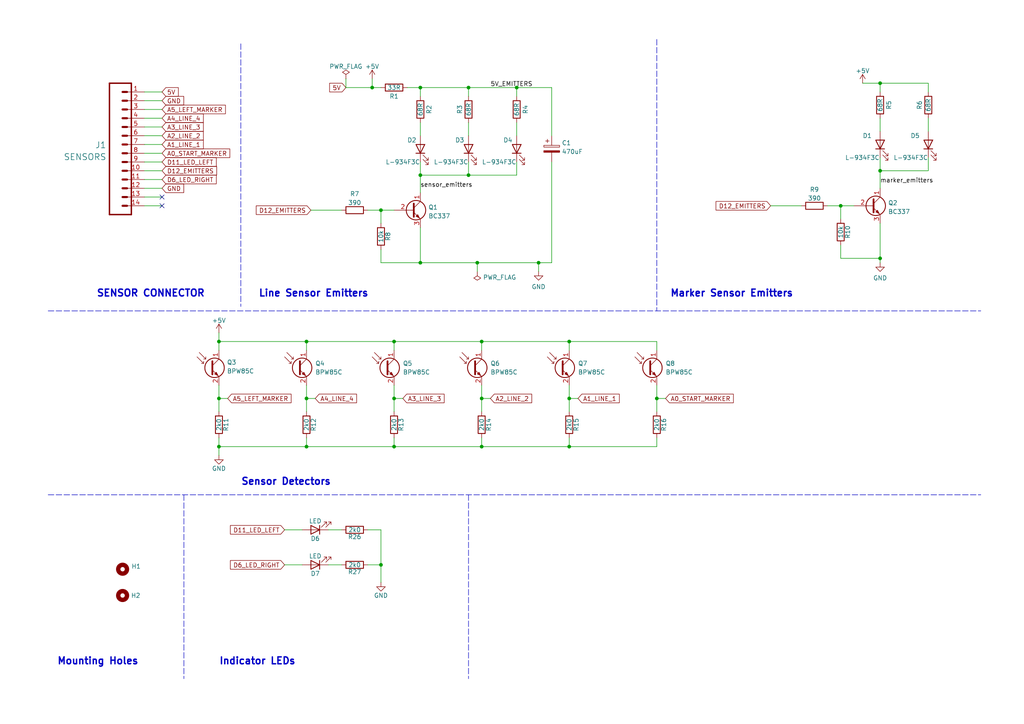
<source format=kicad_sch>
(kicad_sch (version 20211123) (generator eeschema)
  (paper "A4")
  (title_block (title "UKMARSBOT Line Sensor Mini") (date "2022-08-22") (rev "1.0") (company "UKMARS") (comment 1 "Small line sensor for half size track"))
  (lib_symbols
    (symbol "Device:C_Polarized" (pin_numbers hide) (pin_names (offset 0.254))
      (property "Reference" "C" (at 0.635 2.54 0))
      (property "Value" "C_Polarized" (at 0.635 -2.54 0))
      (symbol "C_Polarized_0_1"
        (rectangle (start -2.286 0.508) (end 2.286 1.016))
        (polyline (pts (xy -1.778 2.286) (xy -0.762 2.286)))
        (polyline (pts (xy -1.27 2.794) (xy -1.27 1.778)))
        (rectangle (start 2.286 -0.508) (end -2.286 -1.016) (fill (type outline)))
      )
      (symbol "C_Polarized_1_1"
        (pin passive line (at 0 3.81 270) (length 2.794) (name "~") (number "1"))
        (pin passive line (at 0 -3.81 90) (length 2.794) (name "~") (number "2"))
      )
    )
    (symbol "Device:LED" (pin_numbers hide) (pin_names (offset 1.016) hide)
      (property "Reference" "D" (at 0 2.54 0))
      (property "Value" "LED" (at 0 -2.54 0))
      (symbol "LED_0_1"
        (polyline (pts (xy -1.27 -1.27) (xy -1.27 1.27)) (stroke (width 0.254)))
        (polyline (pts (xy -1.27 0) (xy 1.27 0)))
        (polyline (pts (xy 1.27 -1.27) (xy 1.27 1.27) (xy -1.27 0) (xy 1.27 -1.27)) (stroke (width 0.254)))
        (polyline (pts (xy -3.048 -0.762) (xy -4.572 -2.286) (xy -3.81 -2.286) (xy -4.572 -2.286) (xy -4.572 -1.524)))
        (polyline (pts (xy -1.778 -0.762) (xy -3.302 -2.286) (xy -2.54 -2.286) (xy -3.302 -2.286) (xy -3.302 -1.524)))
      )
      (symbol "LED_1_1"
        (pin passive line (at -3.81 0 0) (length 2.54) (name "K") (number "1"))
        (pin passive line (at 3.81 0 180) (length 2.54) (name "A") (number "2"))
      )
    )
    (symbol "Device:R" (pin_numbers hide) (pin_names (offset 0))
      (property "Reference" "R" (at 2.032 0 90))
      (property "Value" "R" (at 0 0 90))
      (symbol "R_0_1"
        (rectangle (start -1.016 -2.54) (end 1.016 2.54) (stroke (width 0.254)))
      )
      (symbol "R_1_1"
        (pin passive line (at 0 3.81 270) (length 1.27) (name "~") (number "1"))
        (pin passive line (at 0 -3.81 90) (length 1.27) (name "~") (number "2"))
      )
    )
    (symbol "Mechanical:MountingHole" (pin_names (offset 1.016))
      (property "Reference" "H" (at 0 5.08 0))
      (property "Value" "MountingHole" (at 0 3.175 0))
      (symbol "MountingHole_0_1"
        (circle (center 0 0) (radius 1.27) (stroke (width 1.27)))
      )
    )
    (symbol "power:+5V" (power) (pin_names (offset 0))
      (property "Value" "+5V" (at 0 3.556 0))
      (symbol "+5V_0_1"
        (polyline (pts (xy -0.762 1.27) (xy 0 2.54)))
        (polyline (pts (xy 0 0) (xy 0 2.54)))
        (polyline (pts (xy 0 2.54) (xy 0.762 1.27)))
      )
      (symbol "+5V_1_1"
        (pin power_in line (at 0 0 90) (length 0) hide (name "+5V") (number "1"))
      )
    )
    (symbol "power:GND" (power) (pin_names (offset 0))
      (property "Value" "GND" (at 0 -3.81 0))
      (symbol "GND_0_1"
        (polyline (pts (xy 0 0) (xy 0 -1.27) (xy 1.27 -1.27) (xy 0 -2.54) (xy -1.27 -1.27) (xy 0 -1.27)))
      )
      (symbol "GND_1_1"
        (pin power_in line (at 0 0 270) (length 0) hide (name "GND") (number "1"))
      )
    )
    (symbol "power:PWR_FLAG" (power) (pin_numbers hide) (pin_names (offset 0) hide)
      (property "Value" "PWR_FLAG" (at 0 3.81 0))
      (symbol "PWR_FLAG_0_0"
        (pin power_out line (at 0 0 90) (length 0) (name "pwr") (number "1"))
      )
      (symbol "PWR_FLAG_0_1"
        (polyline (pts (xy 0 0) (xy 0 1.27) (xy -1.016 1.905) (xy 0 2.54) (xy 1.016 1.905) (xy 0 1.27)))
      )
    )
    (symbol "ukmarsbot:BC337" (pin_names (offset 0) hide)
      (property "Reference" "Q" (at 5.08 1.905 0))
      (property "Value" "BC337" (at 5.08 0 0))
      (symbol "BC337_0_1"
        (polyline (pts (xy 0 0) (xy 0.635 0)))
        (polyline (pts (xy 0.635 0.635) (xy 2.54 2.54)))
        (polyline (pts (xy 0.635 -0.635) (xy 2.54 -2.54) (xy 2.54 -2.54)))
        (polyline (pts (xy 0.635 1.905) (xy 0.635 -1.905) (xy 0.635 -1.905)) (stroke (width 0.508)))
        (polyline (pts (xy 1.27 -1.778) (xy 1.778 -1.27) (xy 2.286 -2.286) (xy 1.27 -1.778) (xy 1.27 -1.778)) (fill (type outline)))
        (circle (center 1.27 0) (radius 2.8194) (stroke (width 0.254)))
      )
      (symbol "BC337_1_1"
        (pin passive line (at 2.54 5.08 270) (length 2.54) (name "C") (number "1"))
        (pin input line (at -5.08 0 0) (length 5.08) (name "B") (number "2"))
        (pin passive line (at 2.54 -5.08 90) (length 2.54) (name "E") (number "3"))
      )
    )
    (symbol "ukmarsbot:BPW85C" (pin_names (offset 0) hide)
      (property "Reference" "Q" (at 5.08 1.27 0))
      (property "Value" "BPW85C" (at 5.08 -1.27 0))
      (symbol "BPW85C_0_1"
        (polyline (pts (xy -1.905 1.27) (xy -2.54 1.27)))
        (polyline (pts (xy -1.27 2.54) (xy -1.905 2.54)))
        (polyline (pts (xy 0.635 0.635) (xy 2.54 2.54)))
        (polyline (pts (xy -3.81 3.175) (xy -1.905 1.27) (xy -1.905 1.905)))
        (polyline (pts (xy -3.175 4.445) (xy -1.27 2.54) (xy -1.27 3.175)))
        (polyline (pts (xy 0.635 -0.635) (xy 2.54 -2.54) (xy 2.54 -2.54)))
        (polyline (pts (xy 0.635 1.905) (xy 0.635 -1.905) (xy 0.635 -1.905)) (stroke (width 0.508)))
        (polyline (pts (xy 1.27 -1.778) (xy 1.778 -1.27) (xy 2.286 -2.286) (xy 1.27 -1.778) (xy 1.27 -1.778)) (fill (type outline)))
        (circle (center 1.27 0) (radius 2.8194) (stroke (width 0.254)))
      )
      (symbol "BPW85C_1_1"
        (pin passive line (at 2.54 5.08 270) (length 2.54) (name "C") (number "1"))
        (pin passive line (at 2.54 -5.08 90) (length 2.54) (name "E") (number "2"))
      )
    )
    (symbol "ukmarsbot:CONN_14LOCK_LONGPADS"
      (property "Reference" "J" (at 0 18.288 0))
      (property "Value" "CONN_14LOCK_LONGPADS" (at 0 -22.606 0))
      (symbol "CONN_14LOCK_LONGPADS_1_0"
        (polyline (pts (xy 0 17.78) (xy 0 -20.32)) (stroke (width 0.4064)))
        (polyline (pts (xy 0 17.78) (xy 6.35 17.78)) (stroke (width 0.4064)))
        (polyline (pts (xy 3.81 -17.78) (xy 5.08 -17.78)) (stroke (width 0.6096)))
        (polyline (pts (xy 3.81 -15.24) (xy 5.08 -15.24)) (stroke (width 0.6096)))
        (polyline (pts (xy 3.81 -12.7) (xy 5.08 -12.7)) (stroke (width 0.6096)))
        (polyline (pts (xy 3.81 -10.16) (xy 5.08 -10.16)) (stroke (width 0.6096)))
        (polyline (pts (xy 3.81 -7.62) (xy 5.08 -7.62)) (stroke (width 0.6096)))
        (polyline (pts (xy 3.81 -5.08) (xy 5.08 -5.08)) (stroke (width 0.6096)))
        (polyline (pts (xy 3.81 -2.54) (xy 5.08 -2.54)) (stroke (width 0.6096)))
        (polyline (pts (xy 3.81 0) (xy 5.08 0)) (stroke (width 0.6096)))
        (polyline (pts (xy 3.81 2.54) (xy 5.08 2.54)) (stroke (width 0.6096)))
        (polyline (pts (xy 3.81 5.08) (xy 5.08 5.08)) (stroke (width 0.6096)))
        (polyline (pts (xy 3.81 7.62) (xy 5.08 7.62)) (stroke (width 0.6096)))
        (polyline (pts (xy 3.81 10.16) (xy 5.08 10.16)) (stroke (width 0.6096)))
        (polyline (pts (xy 3.81 12.7) (xy 5.08 12.7)) (stroke (width 0.6096)))
        (polyline (pts (xy 3.81 15.24) (xy 5.08 15.24)) (stroke (width 0.6096)))
        (polyline (pts (xy 6.35 -20.32) (xy 0 -20.32)) (stroke (width 0.4064)))
        (polyline (pts (xy 6.35 -20.32) (xy 6.35 17.78)) (stroke (width 0.4064)))
        (pin passive line (at 10.16 -17.78 180) (length 5.08) (name "1") (number "1"))
        (pin passive line (at 10.16 5.08 180) (length 5.08) (name "10") (number "10"))
        (pin passive line (at 10.16 7.62 180) (length 5.08) (name "11") (number "11"))
        (pin passive line (at 10.16 10.16 180) (length 5.08) (name "12") (number "12"))
        (pin passive line (at 10.16 12.7 180) (length 5.08) (name "13") (number "13"))
        (pin passive line (at 10.16 15.24 180) (length 5.08) (name "14") (number "14"))
        (pin passive line (at 10.16 -15.24 180) (length 5.08) (name "2") (number "2"))
        (pin passive line (at 10.16 -12.7 180) (length 5.08) (name "3") (number "3"))
        (pin passive line (at 10.16 -10.16 180) (length 5.08) (name "4") (number "4"))
        (pin passive line (at 10.16 -7.62 180) (length 5.08) (name "5") (number "5"))
        (pin passive line (at 10.16 -5.08 180) (length 5.08) (name "6") (number "6"))
        (pin passive line (at 10.16 -2.54 180) (length 5.08) (name "7") (number "7"))
        (pin passive line (at 10.16 0 180) (length 5.08) (name "8") (number "8"))
        (pin passive line (at 10.16 2.54 180) (length 5.08) (name "9") (number "9"))
      )
    )
  )
  (junction (at 110.49 60.96))
  (junction (at 139.7 115.57))
  (junction (at 255.27 24.13))
  (junction (at 107.95 25.4))
  (junction (at 165.1 115.57))
  (junction (at 63.5 129.54))
  (junction (at 139.7 99.06))
  (junction (at 138.43 76.2))
  (junction (at 88.9 115.57))
  (junction (at 165.1 129.54))
  (junction (at 121.92 25.4))
  (junction (at 156.21 76.2))
  (junction (at 135.89 50.8))
  (junction (at 114.3 129.54))
  (junction (at 114.3 115.57))
  (junction (at 121.92 50.8))
  (junction (at 165.1 99.06))
  (junction (at 63.5 115.57))
  (junction (at 139.7 129.54))
  (junction (at 88.9 99.06))
  (junction (at 114.3 99.06))
  (junction (at 110.49 163.83))
  (junction (at 149.86 25.4))
  (junction (at 121.92 76.2))
  (junction (at 63.5 99.06))
  (junction (at 190.5 115.57))
  (junction (at 243.84 59.69))
  (junction (at 135.89 25.4))
  (junction (at 88.9 129.54))
  (junction (at 255.27 49.53))
  (junction (at 255.27 74.93))
  (no_connect (at 46.99 57.15))
  (no_connect (at 46.99 59.69))
  (wire (pts (xy 41.91 31.75) (xy 46.99 31.75)))
  (wire (pts (xy 41.91 41.91) (xy 46.99 41.91)))
  (wire (pts (xy 149.86 35.56) (xy 149.86 39.37)))
  (wire (pts (xy 190.5 115.57) (xy 190.5 119.38)))
  (wire (pts (xy 63.5 115.57) (xy 63.5 119.38)))
  (wire (pts (xy 114.3 127) (xy 114.3 129.54)))
  (wire (pts (xy 269.24 49.53) (xy 255.27 49.53)))
  (wire (pts (xy 41.91 54.61) (xy 46.99 54.61)))
  (wire (pts (xy 121.92 50.8) (xy 121.92 55.88)))
  (wire (pts (xy 190.5 115.57) (xy 193.04 115.57)))
  (polyline (pts (xy 190.5 11.43) (xy 190.5 90.17)))
  (wire (pts (xy 100.33 25.4) (xy 107.95 25.4)))
  (wire (pts (xy 255.27 64.77) (xy 255.27 74.93)))
  (wire (pts (xy 138.43 78.74) (xy 138.43 76.2)))
  (wire (pts (xy 160.02 25.4) (xy 149.86 25.4)))
  (wire (pts (xy 41.91 59.69) (xy 46.99 59.69)))
  (wire (pts (xy 149.86 27.94) (xy 149.86 25.4)))
  (polyline (pts (xy 13.97 143.51) (xy 284.48 143.51)))
  (wire (pts (xy 106.68 153.67) (xy 110.49 153.67)))
  (wire (pts (xy 100.33 22.86) (xy 100.33 25.4)))
  (wire (pts (xy 165.1 99.06) (xy 190.5 99.06)))
  (wire (pts (xy 240.03 59.69) (xy 243.84 59.69)))
  (wire (pts (xy 190.5 101.6) (xy 190.5 99.06)))
  (wire (pts (xy 63.5 129.54) (xy 63.5 132.08)))
  (wire (pts (xy 110.49 153.67) (xy 110.49 163.83)))
  (wire (pts (xy 135.89 25.4) (xy 149.86 25.4)))
  (wire (pts (xy 41.91 26.67) (xy 46.99 26.67)))
  (wire (pts (xy 82.55 153.67) (xy 87.63 153.67)))
  (polyline (pts (xy 13.97 90.17) (xy 284.48 90.17)))
  (wire (pts (xy 139.7 129.54) (xy 139.7 127)))
  (wire (pts (xy 190.5 111.76) (xy 190.5 115.57)))
  (wire (pts (xy 138.43 76.2) (xy 156.21 76.2)))
  (wire (pts (xy 121.92 46.99) (xy 121.92 50.8)))
  (wire (pts (xy 243.84 59.69) (xy 243.84 63.5)))
  (polyline (pts (xy 69.85 12.7) (xy 69.85 88.9)))
  (polyline (pts (xy 53.34 143.51) (xy 53.34 196.85)))
  (wire (pts (xy 139.7 115.57) (xy 142.24 115.57)))
  (wire (pts (xy 165.1 115.57) (xy 167.64 115.57)))
  (wire (pts (xy 156.21 76.2) (xy 156.21 78.74)))
  (wire (pts (xy 255.27 24.13) (xy 250.19 24.13)))
  (wire (pts (xy 160.02 39.37) (xy 160.02 25.4)))
  (wire (pts (xy 63.5 111.76) (xy 63.5 115.57)))
  (wire (pts (xy 160.02 46.99) (xy 160.02 76.2)))
  (wire (pts (xy 110.49 76.2) (xy 121.92 76.2)))
  (wire (pts (xy 139.7 115.57) (xy 139.7 119.38)))
  (wire (pts (xy 139.7 111.76) (xy 139.7 115.57)))
  (wire (pts (xy 88.9 129.54) (xy 114.3 129.54)))
  (wire (pts (xy 121.92 66.04) (xy 121.92 76.2)))
  (wire (pts (xy 114.3 115.57) (xy 114.3 119.38)))
  (wire (pts (xy 114.3 99.06) (xy 139.7 99.06)))
  (wire (pts (xy 255.27 45.72) (xy 255.27 49.53)))
  (wire (pts (xy 269.24 45.72) (xy 269.24 49.53)))
  (wire (pts (xy 135.89 46.99) (xy 135.89 50.8)))
  (wire (pts (xy 135.89 50.8) (xy 121.92 50.8)))
  (wire (pts (xy 110.49 60.96) (xy 110.49 64.77)))
  (wire (pts (xy 139.7 101.6) (xy 139.7 99.06)))
  (wire (pts (xy 63.5 99.06) (xy 88.9 99.06)))
  (wire (pts (xy 118.11 25.4) (xy 121.92 25.4)))
  (wire (pts (xy 41.91 46.99) (xy 46.99 46.99)))
  (wire (pts (xy 255.27 74.93) (xy 255.27 76.2)))
  (wire (pts (xy 106.68 163.83) (xy 110.49 163.83)))
  (wire (pts (xy 88.9 99.06) (xy 114.3 99.06)))
  (polyline (pts (xy 135.89 143.51) (xy 135.89 196.85)))
  (wire (pts (xy 110.49 163.83) (xy 110.49 168.91)))
  (wire (pts (xy 165.1 129.54) (xy 165.1 127)))
  (wire (pts (xy 110.49 60.96) (xy 114.3 60.96)))
  (wire (pts (xy 41.91 44.45) (xy 46.99 44.45)))
  (wire (pts (xy 139.7 129.54) (xy 165.1 129.54)))
  (wire (pts (xy 269.24 24.13) (xy 255.27 24.13)))
  (wire (pts (xy 88.9 111.76) (xy 88.9 115.57)))
  (wire (pts (xy 243.84 59.69) (xy 247.65 59.69)))
  (wire (pts (xy 121.92 25.4) (xy 121.92 27.94)))
  (wire (pts (xy 88.9 115.57) (xy 88.9 119.38)))
  (wire (pts (xy 90.17 60.96) (xy 99.06 60.96)))
  (wire (pts (xy 165.1 129.54) (xy 190.5 129.54)))
  (wire (pts (xy 63.5 127) (xy 63.5 129.54)))
  (wire (pts (xy 135.89 50.8) (xy 149.86 50.8)))
  (wire (pts (xy 165.1 111.76) (xy 165.1 115.57)))
  (wire (pts (xy 88.9 127) (xy 88.9 129.54)))
  (wire (pts (xy 41.91 29.21) (xy 46.99 29.21)))
  (wire (pts (xy 255.27 24.13) (xy 255.27 26.67)))
  (wire (pts (xy 269.24 24.13) (xy 269.24 26.67)))
  (wire (pts (xy 190.5 129.54) (xy 190.5 127)))
  (wire (pts (xy 63.5 99.06) (xy 63.5 101.6)))
  (wire (pts (xy 114.3 111.76) (xy 114.3 115.57)))
  (wire (pts (xy 243.84 74.93) (xy 255.27 74.93)))
  (wire (pts (xy 63.5 115.57) (xy 66.04 115.57)))
  (wire (pts (xy 255.27 34.29) (xy 255.27 38.1)))
  (wire (pts (xy 82.55 163.83) (xy 87.63 163.83)))
  (wire (pts (xy 139.7 99.06) (xy 165.1 99.06)))
  (wire (pts (xy 135.89 35.56) (xy 135.89 39.37)))
  (wire (pts (xy 121.92 35.56) (xy 121.92 39.37)))
  (wire (pts (xy 41.91 52.07) (xy 46.99 52.07)))
  (wire (pts (xy 114.3 99.06) (xy 114.3 101.6)))
  (wire (pts (xy 121.92 76.2) (xy 138.43 76.2)))
  (wire (pts (xy 149.86 46.99) (xy 149.86 50.8)))
  (wire (pts (xy 156.21 76.2) (xy 160.02 76.2)))
  (wire (pts (xy 63.5 96.52) (xy 63.5 99.06)))
  (wire (pts (xy 165.1 101.6) (xy 165.1 99.06)))
  (wire (pts (xy 121.92 25.4) (xy 135.89 25.4)))
  (wire (pts (xy 223.52 59.69) (xy 232.41 59.69)))
  (wire (pts (xy 41.91 34.29) (xy 46.99 34.29)))
  (wire (pts (xy 88.9 115.57) (xy 91.44 115.57)))
  (wire (pts (xy 41.91 36.83) (xy 46.99 36.83)))
  (wire (pts (xy 41.91 49.53) (xy 46.99 49.53)))
  (wire (pts (xy 106.68 60.96) (xy 110.49 60.96)))
  (wire (pts (xy 110.49 72.39) (xy 110.49 76.2)))
  (wire (pts (xy 107.95 25.4) (xy 110.49 25.4)))
  (wire (pts (xy 114.3 129.54) (xy 139.7 129.54)))
  (wire (pts (xy 88.9 99.06) (xy 88.9 101.6)))
  (wire (pts (xy 255.27 49.53) (xy 255.27 54.61)))
  (wire (pts (xy 114.3 115.57) (xy 116.84 115.57)))
  (wire (pts (xy 165.1 115.57) (xy 165.1 119.38)))
  (wire (pts (xy 135.89 25.4) (xy 135.89 27.94)))
  (wire (pts (xy 243.84 71.12) (xy 243.84 74.93)))
  (wire (pts (xy 95.25 153.67) (xy 99.06 153.67)))
  (wire (pts (xy 269.24 34.29) (xy 269.24 38.1)))
  (wire (pts (xy 41.91 39.37) (xy 46.99 39.37)))
  (wire (pts (xy 63.5 129.54) (xy 88.9 129.54)))
  (wire (pts (xy 95.25 163.83) (xy 99.06 163.83)))
  (wire (pts (xy 41.91 57.15) (xy 46.99 57.15)))
  (wire (pts (xy 107.95 22.86) (xy 107.95 25.4)))
  (text "Marker Sensor Emitters" (at 194.31 86.36 0) (effects (font (size 2 2) (thickness 0.4) bold) (justify left bottom)))
  (text "Sensor Detectors" (at 69.85 140.97 0) (effects (font (size 2 2) (thickness 0.4) bold) (justify left bottom)))
  (text "Line Sensor Emitters" (at 74.93 86.36 0) (effects (font (size 2 2) (thickness 0.4) bold) (justify left bottom)))
  (text "Mounting Holes" (at 16.51 193.04 0) (effects (font (size 2 2) (thickness 0.4) bold) (justify left bottom)))
  (text "Indicator LEDs" (at 63.5 193.04 0) (effects (font (size 2 2) (thickness 0.4) bold) (justify left bottom)))
  (text "SENSOR CONNECTOR" (at 27.94 86.36 0) (effects (font (size 2 2) (thickness 0.4) bold) (justify left bottom)))
  (label "5V_EMITTERS" (at 142.24 25.4 0))
  (label "sensor_emitters" (at 121.92 54.61 0))
  (label "marker_emitters" (at 255.27 53.34 0))
  (global_label "D6_LED_RIGHT" (shape input) (at 82.55 163.83 180) (property "Intersheet References" "${INTERSHEET_REFS}" (effects hide)))
  (global_label "A2_LINE_2" (shape input) (at 142.24 115.57 0) (property "Intersheet References" "${INTERSHEET_REFS}" (effects hide)))
  (global_label "A3_LINE_3" (shape input) (at 116.84 115.57 0) (property "Intersheet References" "${INTERSHEET_REFS}" (effects hide)))
  (global_label "5V" (shape input) (at 100.33 25.4 180) (property "Intersheet References" "${INTERSHEET_REFS}" (effects hide)))
  (global_label "D12_EMITTERS" (shape input) (at 223.52 59.69 180) (property "Intersheet References" "${INTERSHEET_REFS}" (effects hide)))
  (global_label "D11_LED_LEFT" (shape input) (at 82.55 153.67 180) (property "Intersheet References" "${INTERSHEET_REFS}" (effects hide)))
  (global_label "5V" (shape input) (at 46.99 26.67 0) (property "Intersheet References" "${INTERSHEET_REFS}" (effects hide)))
  (global_label "GND" (shape input) (at 46.99 54.61 0) (property "Intersheet References" "${INTERSHEET_REFS}" (effects hide)))
  (global_label "A0_START_MARKER" (shape input) (at 193.04 115.57 0) (property "Intersheet References" "${INTERSHEET_REFS}" (effects hide)))
  (global_label "A1_LINE_1" (shape input) (at 167.64 115.57 0) (property "Intersheet References" "${INTERSHEET_REFS}" (effects hide)))
  (global_label "A4_LINE_4" (shape input) (at 46.99 34.29 0) (property "Intersheet References" "${INTERSHEET_REFS}" (effects hide)))
  (global_label "D11_LED_LEFT" (shape input) (at 46.99 46.99 0) (property "Intersheet References" "${INTERSHEET_REFS}" (effects hide)))
  (global_label "A0_START_MARKER" (shape input) (at 46.99 44.45 0) (property "Intersheet References" "${INTERSHEET_REFS}" (effects hide)))
  (global_label "GND" (shape input) (at 46.99 29.21 0) (property "Intersheet References" "${INTERSHEET_REFS}" (effects hide)))
  (global_label "A4_LINE_4" (shape input) (at 91.44 115.57 0) (property "Intersheet References" "${INTERSHEET_REFS}" (effects hide)))
  (global_label "D12_EMITTERS" (shape input) (at 90.17 60.96 180) (property "Intersheet References" "${INTERSHEET_REFS}" (effects hide)))
  (global_label "D12_EMITTERS" (shape input) (at 46.99 49.53 0) (property "Intersheet References" "${INTERSHEET_REFS}" (effects hide)))
  (global_label "D6_LED_RIGHT" (shape input) (at 46.99 52.07 0) (property "Intersheet References" "${INTERSHEET_REFS}" (effects hide)))
  (global_label "A1_LINE_1" (shape input) (at 46.99 41.91 0) (property "Intersheet References" "${INTERSHEET_REFS}" (effects hide)))
  (global_label "A5_LEFT_MARKER" (shape input) (at 66.04 115.57 0) (property "Intersheet References" "${INTERSHEET_REFS}" (effects hide)))
  (global_label "A3_LINE_3" (shape input) (at 46.99 36.83 0) (property "Intersheet References" "${INTERSHEET_REFS}" (effects hide)))
  (global_label "A2_LINE_2" (shape input) (at 46.99 39.37 0) (property "Intersheet References" "${INTERSHEET_REFS}" (effects hide)))
  (global_label "A5_LEFT_MARKER" (shape input) (at 46.99 31.75 0) (property "Intersheet References" "${INTERSHEET_REFS}" (effects hide)))
  (symbol (lib_id "Device:R") (at 114.3 123.19 0) (unit 1)
    (property "Reference" "R13" (at 116.332 123.19 90))
    (property "Value" "2k0" (at 114.3 123.19 90))
    (property "Footprint" "Resistor_THT:R_Axial_DIN0207_L6.3mm_D2.5mm_P7.62mm_Horizontal" (effects hide))
    (property "Package" "¼ Watt, 0.3\"" (effects hide))
    (property "Note" "¼W or ⅛W, 5% or 10%, carbon or metal film" (effects hide))
  )
  (symbol (lib_id "Device:R") (at 236.22 59.69 270) (unit 1)
    (property "Reference" "R9" (at 236.22 54.9742 90))
    (property "Value" "390" (at 236.22 57.5111 90))
    (property "Footprint" "Resistor_THT:R_Axial_DIN0207_L6.3mm_D2.5mm_P7.62mm_Horizontal" (effects hide))
    (property "Package" "¼ Watt, 0.3\"" (effects hide))
    (property "Note" "¼W or ⅛W, 5% or 10%, carbon or metal film" (effects hide))
  )
  (symbol (lib_id "Device:LED") (at 91.44 153.67 180) (unit 1)
    (property "Reference" "D6" (at 91.44 156.21 0))
    (property "Value" "LED" (at 91.44 151.13 0))
    (property "Footprint" "LED_THT:LED_D3.0mm" (effects hide))
    (property "Package" "T-1 (3mm)" (effects hide))
    (property "Note" "3mm Indicator LED" (effects hide))
  )
  (symbol (lib_id "Device:R") (at 121.92 31.75 180) (unit 1)
    (property "Reference" "R2" (at 124.46 31.75 90))
    (property "Value" "68R" (at 121.92 31.75 90))
    (property "Footprint" "Resistor_THT:R_Axial_DIN0207_L6.3mm_D2.5mm_P7.62mm_Horizontal" (effects hide))
    (property "Package" "¼ Watt, 0.3\"" (effects hide))
    (property "Note" "¼W or ⅛W, 5% or 10%, carbon or metal film" (effects hide))
  )
  (symbol (lib_id "power:GND") (at 110.49 168.91 0) (unit 1)
    (property "Reference" "#PWR05" (effects hide))
    (property "Value" "GND" (at 110.49 172.72 0))
  )
  (symbol (lib_id "Device:C_Polarized") (at 160.02 43.18 0) (unit 1)
    (property "Reference" "C1" (at 162.941 41.4563 0) (effects (justify left)))
    (property "Value" "470uF" (at 162.941 43.9932 0) (effects (justify left)))
    (property "Footprint" "Capacitor_THT:CP_Radial_D10.0mm_P2.50mm_P5.00mm" (effects hide))
    (property "Package" "Axial Lead, 0.1\" or 0.2\"" (effects hide))
    (property "Note" "16V, 10mm Dia. Electrolytic" (effects hide))
  )
  (symbol (lib_id "Device:R") (at 149.86 31.75 180) (unit 1)
    (property "Reference" "R4" (at 152.4 31.75 90))
    (property "Value" "68R" (at 149.86 31.75 90))
    (property "Footprint" "Resistor_THT:R_Axial_DIN0207_L6.3mm_D2.5mm_P7.62mm_Horizontal" (effects hide))
    (property "Package" "¼ Watt, 0.3\"" (effects hide))
    (property "Note" "¼W or ⅛W, 5% or 10%, carbon or metal film" (effects hide))
  )
  (symbol (lib_id "Device:R") (at 102.87 153.67 270) (unit 1)
    (property "Reference" "R26" (at 102.87 155.702 90))
    (property "Value" "2k0" (at 102.87 153.67 90))
    (property "Footprint" "Resistor_THT:R_Axial_DIN0207_L6.3mm_D2.5mm_P7.62mm_Horizontal" (effects hide))
    (property "Package" "¼ Watt, 0.3\"" (effects hide))
    (property "Note" "¼W or ⅛W, 5% or 10%, carbon or metal film" (effects hide))
  )
  (symbol (lib_id "ukmarsbot:BC337") (at 119.38 60.96 0) (unit 1)
    (property "Reference" "Q1" (at 124.2314 60.1253 0) (effects (justify left)))
    (property "Value" "BC337" (at 124.2314 62.6622 0) (effects (justify left)))
    (property "Footprint" "ukmarsbot:TO-92_Inline_Wide_HandSolder" (effects hide))
    (property "Datasheet" "https://www.onsemi.com/pdf/datasheet/bc337-d.pdf" (effects hide))
    (property "Package" "TO92" (effects hide))
    (property "Note" "0.8A NPN or FET" (effects hide))
  )
  (symbol (lib_id "Device:LED") (at 135.89 43.18 90) (unit 1)
    (property "Reference" "D3" (at 133.35 40.64 90))
    (property "Value" "L-934F3C" (at 130.81 46.99 90))
    (property "Footprint" "LED_THT:LED_D3.0mm" (effects hide))
    (property "Datasheet" "https://www.farnell.com/datasheets/1683588.pdf" (effects hide))
    (property "Package" "T-1 (3mm)" (effects hide))
    (property "Note" "IR or visible sensor emitter" (effects hide))
  )
  (symbol (lib_id "ukmarsbot:BPW85C") (at 137.16 106.68 0) (unit 1)
    (property "Reference" "Q6" (at 142.24 105.41 0) (effects (justify left)))
    (property "Value" "BPW85C" (at 142.24 107.95 0) (effects (justify left)))
    (property "Footprint" "ukmarsbot:Phototransistor_3mm_Vertical_Clear" (effects hide))
    (property "Datasheet" "https://www.vishay.com/docs/81531/bpw85a.pdf" (effects hide))
    (property "Package" "T-1 (3mm)" (effects hide))
    (property "Note" "Must be matched to emitters" (effects hide))
  )
  (symbol (lib_id "power:PWR_FLAG") (at 138.43 78.74 180) (unit 1)
    (property "Reference" "#FLG02" (effects hide))
    (property "Value" "PWR_FLAG" (at 140.081 80.4438 0) (effects (justify right)))
  )
  (symbol (lib_id "Device:R") (at 63.5 123.19 0) (unit 1)
    (property "Reference" "R11" (at 65.532 123.19 90))
    (property "Value" "2k0" (at 63.5 123.19 90))
    (property "Footprint" "Resistor_THT:R_Axial_DIN0207_L6.3mm_D2.5mm_P7.62mm_Horizontal" (effects hide))
    (property "Package" "¼ Watt, 0.3\"" (effects hide))
    (property "Note" "¼W or ⅛W, 5% or 10%, carbon or metal film" (effects hide))
  )
  (symbol (lib_id "Device:R") (at 243.84 67.31 0) (unit 1)
    (property "Reference" "R10" (at 245.872 67.31 90))
    (property "Value" "10k" (at 243.84 67.31 90))
    (property "Footprint" "Resistor_THT:R_Axial_DIN0207_L6.3mm_D2.5mm_P7.62mm_Horizontal" (effects hide))
    (property "Package" "¼ Watt, 0.3\"" (effects hide))
    (property "Note" "¼W or ⅛W, 5% or 10%, carbon or metal film" (effects hide))
  )
  (symbol (lib_id "Device:LED") (at 121.92 43.18 90) (unit 1)
    (property "Reference" "D2" (at 118.11 40.64 90) (effects (justify right)))
    (property "Value" "L-934F3C" (at 116.84 46.99 90))
    (property "Footprint" "LED_THT:LED_D3.0mm" (effects hide))
    (property "Datasheet" "https://www.farnell.com/datasheets/1683588.pdf" (effects hide))
    (property "Package" "T-1 (3mm)" (effects hide))
    (property "Note" "IR or visible sensor emitter" (effects hide))
  )
  (symbol (lib_id "Device:R") (at 114.3 25.4 90) (unit 1)
    (property "Reference" "R1" (at 114.3 27.94 90))
    (property "Value" "33R" (at 114.3 25.4 90))
    (property "Footprint" "Resistor_THT:R_Axial_DIN0207_L6.3mm_D2.5mm_P7.62mm_Horizontal" (effects hide))
    (property "Package" "¼ Watt, 0.3\"" (effects hide))
    (property "Note" "¼W or ⅛W, 5% or 10%, carbon or metal film " (effects hide))
  )
  (symbol (lib_id "ukmarsbot:BPW85C") (at 86.36 106.68 0) (unit 1)
    (property "Reference" "Q4" (at 91.44 105.41 0) (effects (justify left)))
    (property "Value" "BPW85C" (at 91.44 107.95 0) (effects (justify left)))
    (property "Footprint" "ukmarsbot:Phototransistor_3mm_Vertical_Clear" (effects hide))
    (property "Datasheet" "https://www.vishay.com/docs/81531/bpw85a.pdf" (effects hide))
    (property "Package" "T-1 (3mm)" (effects hide))
    (property "Note" "Must be matched to emitters" (effects hide))
  )
  (symbol (lib_id "Device:R") (at 255.27 30.48 180) (unit 1)
    (property "Reference" "R5" (at 257.81 30.48 90))
    (property "Value" "68R" (at 255.27 30.48 90))
    (property "Footprint" "Resistor_THT:R_Axial_DIN0207_L6.3mm_D2.5mm_P7.62mm_Horizontal" (effects hide))
    (property "Package" "¼ Watt, 0.3\"" (effects hide))
    (property "Note" "¼W or ⅛W, 5% or 10%, carbon or metal film" (effects hide))
  )
  (symbol (lib_id "power:PWR_FLAG") (at 100.33 22.86 0) (unit 1)
    (property "Reference" "#FLG01" (effects hide))
    (property "Value" "PWR_FLAG" (at 100.33 19.2842 0))
  )
  (symbol (lib_id "power:+5V") (at 107.95 22.86 0) (unit 1)
    (property "Reference" "#PWR01" (effects hide))
    (property "Value" "+5V" (at 107.95 19.2842 0))
  )
  (symbol (lib_id "ukmarsbot:CONN_14LOCK_LONGPADS") (at 31.75 44.45 0) (mirror x) (unit 1)
    (property "Reference" "J1" (at 30.9119 42.0623 0) (effects (font (size 1.778 1.778)) (justify right)))
    (property "Value" "SENSORS" (at 30.9119 45.5123 0) (effects (font (size 1.778 1.778)) (justify right)))
    (property "Footprint" "ukmarsbot:PinHeader_1x14_P2.54mm_Vertical" (effects hide))
    (property "Package" "14 pin 0.1\" header" (effects hide))
    (property "Note" "Pin Header, socket on sensor board" (effects hide))
  )
  (symbol (lib_id "power:+5V") (at 63.5 96.52 0) (unit 1)
    (property "Reference" "#PWR03" (effects hide))
    (property "Value" "+5V" (at 63.5 92.964 0))
  )
  (symbol (lib_id "ukmarsbot:BPW85C") (at 162.56 106.68 0) (unit 1)
    (property "Reference" "Q7" (at 167.64 105.41 0) (effects (justify left)))
    (property "Value" "BPW85C" (at 167.64 107.95 0) (effects (justify left)))
    (property "Footprint" "ukmarsbot:Phototransistor_3mm_Vertical_Clear" (effects hide))
    (property "Datasheet" "https://www.vishay.com/docs/81531/bpw85a.pdf" (effects hide))
    (property "Package" "T-1 (3mm)" (effects hide))
    (property "Note" "Must be matched to emitters" (effects hide))
  )
  (symbol (lib_id "Mechanical:MountingHole") (at 35.56 172.72 0) (unit 1) (in_bom no)
    (property "Reference" "H2" (at 39.37 172.72 0))
    (property "Value" "MountingHole" (effects hide))
    (property "Footprint" "MountingHole:MountingHole_3.2mm_M3" (effects hide))
    (property "Package" "M3 clearance, 3.2mm" (effects hide))
  )
  (symbol (lib_id "Device:R") (at 135.89 31.75 180) (unit 1)
    (property "Reference" "R3" (at 133.35 31.75 90))
    (property "Value" "68R" (at 135.89 31.75 90))
    (property "Footprint" "Resistor_THT:R_Axial_DIN0207_L6.3mm_D2.5mm_P7.62mm_Horizontal" (effects hide))
    (property "Package" "¼ Watt, 0.3\"" (effects hide))
    (property "Note" "¼W or ⅛W, 5% or 10%, carbon or metal film" (effects hide))
  )
  (symbol (lib_id "Device:R") (at 269.24 30.48 180) (unit 1)
    (property "Reference" "R6" (at 266.7 30.48 90))
    (property "Value" "68R" (at 269.24 30.48 90))
    (property "Footprint" "Resistor_THT:R_Axial_DIN0207_L6.3mm_D2.5mm_P7.62mm_Horizontal" (effects hide))
    (property "Package" "¼ Watt, 0.3\"" (effects hide))
    (property "Note" "¼W or ⅛W, 5% or 10%, carbon or metal film" (effects hide))
  )
  (symbol (lib_id "Device:R") (at 102.87 163.83 270) (unit 1)
    (property "Reference" "R27" (at 102.87 165.862 90))
    (property "Value" "2k0" (at 102.87 163.83 90))
    (property "Footprint" "Resistor_THT:R_Axial_DIN0207_L6.3mm_D2.5mm_P7.62mm_Horizontal" (effects hide))
    (property "Package" "¼ Watt, 0.3\"" (effects hide))
    (property "Note" "¼W or ⅛W, 5% or 10%, carbon or metal film" (effects hide))
  )
  (symbol (lib_id "ukmarsbot:BC337") (at 252.73 59.69 0) (unit 1)
    (property "Reference" "Q2" (at 257.5814 58.8553 0) (effects (justify left)))
    (property "Value" "BC337" (at 257.5814 61.3922 0) (effects (justify left)))
    (property "Footprint" "ukmarsbot:TO-92_Inline_Wide_HandSolder" (effects hide))
    (property "Datasheet" "https://www.onsemi.com/pdf/datasheet/bc337-d.pdf" (effects hide))
    (property "Package" "TO92" (effects hide))
    (property "Note" "0.8A NPN or FET" (effects hide))
  )
  (symbol (lib_id "Device:R") (at 88.9 123.19 0) (unit 1)
    (property "Reference" "R12" (at 90.932 123.19 90))
    (property "Value" "2k0" (at 88.9 123.19 90))
    (property "Footprint" "Resistor_THT:R_Axial_DIN0207_L6.3mm_D2.5mm_P7.62mm_Horizontal" (effects hide))
    (property "Package" "¼ Watt, 0.3\"" (effects hide))
    (property "Note" "¼W or ⅛W, 5% or 10%, carbon or metal film" (effects hide))
  )
  (symbol (lib_id "power:+5V") (at 250.19 24.13 0) (unit 1)
    (property "Reference" "#PWR0101" (effects hide))
    (property "Value" "+5V" (at 250.19 20.5542 0))
  )
  (symbol (lib_id "Device:LED") (at 269.24 41.91 90) (unit 1)
    (property "Reference" "D5" (at 265.43 39.37 90))
    (property "Value" "L-934F3C" (at 264.16 45.72 90))
    (property "Footprint" "LED_THT:LED_D3.0mm" (effects hide))
    (property "Datasheet" "https://www.farnell.com/datasheets/1683588.pdf" (effects hide))
    (property "Package" "T-1 (3mm)" (effects hide))
    (property "Note" "IR or visible sensor emitter" (effects hide))
  )
  (symbol (lib_id "ukmarsbot:BPW85C") (at 60.96 106.68 0) (unit 1)
    (property "Reference" "Q3" (at 65.8114 105.096 0) (effects (justify left)))
    (property "Value" "BPW85C" (at 65.8114 107.6329 0) (effects (justify left)))
    (property "Footprint" "ukmarsbot:Phototransistor_3mm_Vertical_Clear" (effects hide))
    (property "Datasheet" "https://www.vishay.com/docs/81531/bpw85a.pdf" (effects hide))
    (property "Package" "T-1 (3mm)" (effects hide))
    (property "Note" "Must be matched to emitters" (effects hide))
  )
  (symbol (lib_id "Mechanical:MountingHole") (at 35.56 165.1 0) (unit 1) (in_bom no)
    (property "Reference" "H1" (at 38.1 164.2653 0) (effects (justify left)))
    (property "Value" "MountingHole" (effects hide))
    (property "Footprint" "MountingHole:MountingHole_3.2mm_M3" (effects hide))
    (property "Package" "M3 clearance, 3.2mm" (effects hide))
  )
  (symbol (lib_id "Device:R") (at 102.87 60.96 270) (unit 1)
    (property "Reference" "R7" (at 102.87 56.2442 90))
    (property "Value" "390" (at 102.87 58.7811 90))
    (property "Footprint" "Resistor_THT:R_Axial_DIN0207_L6.3mm_D2.5mm_P7.62mm_Horizontal" (effects hide))
    (property "Package" "¼ Watt, 0.3\"" (effects hide))
    (property "Note" "¼W or ⅛W, 5% or 10%, carbon or metal film" (effects hide))
  )
  (symbol (lib_id "Device:R") (at 110.49 68.58 0) (unit 1)
    (property "Reference" "R8" (at 112.522 68.58 90))
    (property "Value" "10k" (at 110.49 68.58 90))
    (property "Footprint" "Resistor_THT:R_Axial_DIN0207_L6.3mm_D2.5mm_P7.62mm_Horizontal" (effects hide))
    (property "Package" "¼ Watt, 0.3\"" (effects hide))
    (property "Note" "¼W or ⅛W, 5% or 10%, carbon or metal film" (effects hide))
  )
  (symbol (lib_id "power:GND") (at 63.5 132.08 0) (unit 1)
    (property "Reference" "#PWR04" (effects hide))
    (property "Value" "GND" (at 63.5 135.89 0))
  )
  (symbol (lib_id "ukmarsbot:BPW85C") (at 111.76 106.68 0) (unit 1)
    (property "Reference" "Q5" (at 116.84 105.41 0) (effects (justify left)))
    (property "Value" "BPW85C" (at 116.84 107.95 0) (effects (justify left)))
    (property "Footprint" "ukmarsbot:Phototransistor_3mm_Vertical_Clear" (effects hide))
    (property "Datasheet" "https://www.vishay.com/docs/81531/bpw85a.pdf" (effects hide))
    (property "Package" "T-1 (3mm)" (effects hide))
    (property "Note" "Must be matched to emitters" (effects hide))
  )
  (symbol (lib_id "Device:R") (at 139.7 123.19 0) (unit 1)
    (property "Reference" "R14" (at 141.732 123.19 90))
    (property "Value" "2k0" (at 139.7 123.19 90))
    (property "Footprint" "Resistor_THT:R_Axial_DIN0207_L6.3mm_D2.5mm_P7.62mm_Horizontal" (effects hide))
    (property "Package" "¼ Watt, 0.3\"" (effects hide))
    (property "Note" "¼W or ⅛W, 5% or 10%, carbon or metal film" (effects hide))
  )
  (symbol (lib_id "Device:LED") (at 91.44 163.83 180) (unit 1)
    (property "Reference" "D7" (at 91.44 166.37 0))
    (property "Value" "LED" (at 91.44 161.29 0))
    (property "Footprint" "LED_THT:LED_D3.0mm" (effects hide))
    (property "Package" "T-1 (3mm)" (effects hide))
    (property "Note" "3mm Indicator LED" (effects hide))
  )
  (symbol (lib_id "ukmarsbot:BPW85C") (at 187.96 106.68 0) (unit 1)
    (property "Reference" "Q8" (at 193.04 105.41 0) (effects (justify left)))
    (property "Value" "BPW85C" (at 193.04 107.95 0) (effects (justify left)))
    (property "Footprint" "ukmarsbot:Phototransistor_3mm_Vertical_Clear" (effects hide))
    (property "Datasheet" "https://www.vishay.com/docs/81531/bpw85a.pdf" (effects hide))
    (property "Package" "T-1 (3mm)" (effects hide))
    (property "Note" "Must be matched to emitters" (effects hide))
  )
  (symbol (lib_id "power:GND") (at 156.21 78.74 0) (unit 1)
    (property "Reference" "#PWR02" (effects hide))
    (property "Value" "GND" (at 156.21 83.1834 0))
  )
  (symbol (lib_id "Device:LED") (at 255.27 41.91 90) (unit 1)
    (property "Reference" "D1" (at 250.19 39.37 90) (effects (justify right)))
    (property "Value" "L-934F3C" (at 245.11 45.72 90) (effects (justify right)))
    (property "Footprint" "LED_THT:LED_D3.0mm" (effects hide))
    (property "Datasheet" "https://www.farnell.com/datasheets/1683588.pdf" (effects hide))
    (property "Package" "T-1 (3mm)" (effects hide))
    (property "Note" "IR or visible sensor emitter" (effects hide))
  )
  (symbol (lib_id "power:GND") (at 255.27 76.2 0) (unit 1)
    (property "Reference" "#PWR0102" (effects hide))
    (property "Value" "GND" (at 255.27 80.6434 0))
  )
  (symbol (lib_id "Device:R") (at 165.1 123.19 0) (unit 1)
    (property "Reference" "R15" (at 167.132 123.19 90))
    (property "Value" "2k0" (at 165.1 123.19 90))
    (property "Footprint" "Resistor_THT:R_Axial_DIN0207_L6.3mm_D2.5mm_P7.62mm_Horizontal" (effects hide))
    (property "Package" "¼ Watt, 0.3\"" (effects hide))
    (property "Note" "¼W or ⅛W, 5% or 10%, carbon or metal film" (effects hide))
  )
  (symbol (lib_id "Device:LED") (at 149.86 43.18 90) (unit 1)
    (property "Reference" "D4" (at 147.32 40.64 90))
    (property "Value" "L-934F3C" (at 144.78 46.99 90))
    (property "Footprint" "LED_THT:LED_D3.0mm" (effects hide))
    (property "Datasheet" "https://www.farnell.com/datasheets/1683588.pdf" (effects hide))
    (property "Package" "T-1 (3mm)" (effects hide))
    (property "Note" "IR or visible sensor emitter" (effects hide))
  )
  (symbol (lib_id "Device:R") (at 190.5 123.19 0) (unit 1)
    (property "Reference" "R16" (at 192.532 123.19 90))
    (property "Value" "2k0" (at 190.5 123.19 90))
    (property "Footprint" "Resistor_THT:R_Axial_DIN0207_L6.3mm_D2.5mm_P7.62mm_Horizontal" (effects hide))
    (property "Package" "¼ Watt, 0.3\"" (effects hide))
    (property "Note" "¼W or ⅛W, 5% or 10%, carbon or metal film" (effects hide))
  )
)
</source>
